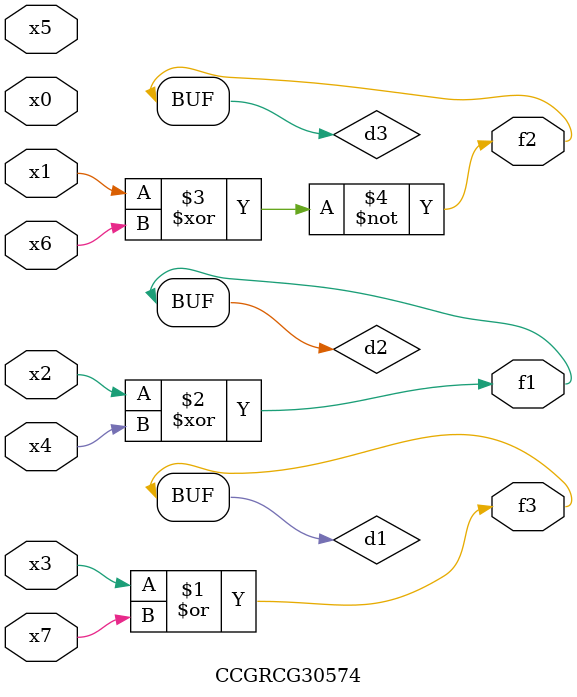
<source format=v>
module CCGRCG30574(
	input x0, x1, x2, x3, x4, x5, x6, x7,
	output f1, f2, f3
);

	wire d1, d2, d3;

	or (d1, x3, x7);
	xor (d2, x2, x4);
	xnor (d3, x1, x6);
	assign f1 = d2;
	assign f2 = d3;
	assign f3 = d1;
endmodule

</source>
